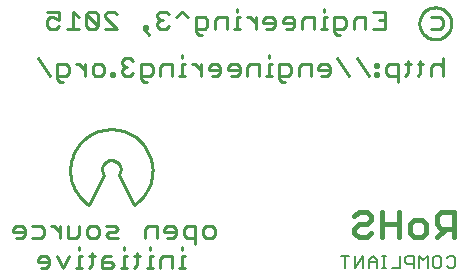
<source format=gbo>
G75*
G70*
%OFA0B0*%
%FSLAX24Y24*%
%IPPOS*%
%LPD*%
%AMOC8*
5,1,8,0,0,1.08239X$1,22.5*
%
%ADD10C,0.0110*%
%ADD11C,0.0100*%
%ADD12C,0.0160*%
%ADD13C,0.0080*%
D10*
X008563Y002202D02*
X008957Y002202D01*
X008957Y002300D02*
X008859Y002399D01*
X008662Y002399D01*
X008563Y002300D01*
X008563Y002202D01*
X008662Y002005D02*
X008859Y002005D01*
X008957Y002103D01*
X008957Y002300D01*
X009208Y002399D02*
X009503Y002399D01*
X009601Y002300D01*
X009601Y002103D01*
X009503Y002005D01*
X009208Y002005D01*
X009488Y001399D02*
X009389Y001300D01*
X009389Y001202D01*
X009783Y001202D01*
X009783Y001300D02*
X009685Y001399D01*
X009488Y001399D01*
X009783Y001300D02*
X009783Y001103D01*
X009685Y001005D01*
X009488Y001005D01*
X010034Y001399D02*
X010231Y001005D01*
X010428Y001399D01*
X010759Y001399D02*
X010759Y001005D01*
X010857Y001005D02*
X010661Y001005D01*
X011090Y001005D02*
X011189Y001103D01*
X011189Y001497D01*
X011287Y001399D02*
X011090Y001399D01*
X010857Y001399D02*
X010759Y001399D01*
X010759Y001596D02*
X010759Y001694D01*
X010685Y002005D02*
X010389Y002005D01*
X010389Y002399D01*
X010139Y002399D02*
X010139Y002005D01*
X010139Y002202D02*
X009942Y002399D01*
X009843Y002399D01*
X010685Y002005D02*
X010783Y002103D01*
X010783Y002399D01*
X011034Y002300D02*
X011132Y002399D01*
X011329Y002399D01*
X011428Y002300D01*
X011428Y002103D01*
X011329Y002005D01*
X011132Y002005D01*
X011034Y002103D01*
X011034Y002300D01*
X011679Y002399D02*
X011974Y002399D01*
X012072Y002300D01*
X011974Y002202D01*
X011777Y002202D01*
X011679Y002103D01*
X011777Y002005D01*
X012072Y002005D01*
X012263Y001694D02*
X012263Y001596D01*
X012263Y001399D02*
X012263Y001005D01*
X012361Y001005D02*
X012165Y001005D01*
X011932Y001103D02*
X011833Y001202D01*
X011538Y001202D01*
X011538Y001300D02*
X011538Y001005D01*
X011833Y001005D01*
X011932Y001103D01*
X011833Y001399D02*
X011636Y001399D01*
X011538Y001300D01*
X012263Y001399D02*
X012361Y001399D01*
X012594Y001399D02*
X012791Y001399D01*
X012693Y001497D02*
X012693Y001103D01*
X012594Y001005D01*
X013024Y001005D02*
X013221Y001005D01*
X013122Y001005D02*
X013122Y001399D01*
X013221Y001399D01*
X013122Y001596D02*
X013122Y001694D01*
X012968Y002005D02*
X012968Y002300D01*
X013066Y002399D01*
X013361Y002399D01*
X013361Y002005D01*
X013612Y002202D02*
X014006Y002202D01*
X014006Y002300D02*
X013907Y002399D01*
X013711Y002399D01*
X013612Y002300D01*
X013612Y002202D01*
X013711Y002005D02*
X013907Y002005D01*
X014006Y002103D01*
X014006Y002300D01*
X014257Y002300D02*
X014257Y002103D01*
X014355Y002005D01*
X014650Y002005D01*
X014650Y001808D02*
X014650Y002399D01*
X014355Y002399D01*
X014257Y002300D01*
X014197Y001694D02*
X014197Y001596D01*
X014197Y001399D02*
X014197Y001005D01*
X014295Y001005D02*
X014098Y001005D01*
X013865Y001005D02*
X013865Y001399D01*
X013570Y001399D01*
X013472Y001300D01*
X013472Y001005D01*
X014197Y001399D02*
X014295Y001399D01*
X014901Y002103D02*
X014901Y002300D01*
X015000Y002399D01*
X015197Y002399D01*
X015295Y002300D01*
X015295Y002103D01*
X015197Y002005D01*
X015000Y002005D01*
X014901Y002103D01*
X014838Y007405D02*
X014838Y007799D01*
X014641Y007799D02*
X014543Y007799D01*
X014641Y007799D02*
X014838Y007602D01*
X015089Y007602D02*
X015483Y007602D01*
X015483Y007700D02*
X015384Y007799D01*
X015187Y007799D01*
X015089Y007700D01*
X015089Y007602D01*
X015187Y007405D02*
X015384Y007405D01*
X015483Y007503D01*
X015483Y007700D01*
X015734Y007700D02*
X015734Y007602D01*
X016127Y007602D01*
X016127Y007700D02*
X016029Y007799D01*
X015832Y007799D01*
X015734Y007700D01*
X015832Y007405D02*
X016029Y007405D01*
X016127Y007503D01*
X016127Y007700D01*
X016378Y007700D02*
X016378Y007405D01*
X016378Y007700D02*
X016477Y007799D01*
X016772Y007799D01*
X016772Y007405D01*
X017005Y007405D02*
X017201Y007405D01*
X017103Y007405D02*
X017103Y007799D01*
X017201Y007799D01*
X017103Y007996D02*
X017103Y008094D01*
X017452Y007799D02*
X017748Y007799D01*
X017846Y007700D01*
X017846Y007503D01*
X017748Y007405D01*
X017452Y007405D01*
X017452Y007307D02*
X017452Y007799D01*
X017452Y007307D02*
X017551Y007208D01*
X017649Y007208D01*
X018097Y007405D02*
X018097Y007700D01*
X018195Y007799D01*
X018491Y007799D01*
X018491Y007405D01*
X018741Y007602D02*
X019135Y007602D01*
X019135Y007700D02*
X019037Y007799D01*
X018840Y007799D01*
X018741Y007700D01*
X018741Y007602D01*
X018840Y007405D02*
X019037Y007405D01*
X019135Y007503D01*
X019135Y007700D01*
X019386Y007996D02*
X019780Y007405D01*
X020031Y007996D02*
X020424Y007405D01*
X020648Y007405D02*
X020747Y007405D01*
X020747Y007503D01*
X020648Y007503D01*
X020648Y007405D01*
X020648Y007700D02*
X020747Y007700D01*
X020747Y007799D01*
X020648Y007799D01*
X020648Y007700D01*
X020997Y007700D02*
X020997Y007503D01*
X021096Y007405D01*
X021391Y007405D01*
X021391Y007208D02*
X021391Y007799D01*
X021096Y007799D01*
X020997Y007700D01*
X021624Y007799D02*
X021821Y007799D01*
X021722Y007897D02*
X021722Y007503D01*
X021624Y007405D01*
X022054Y007405D02*
X022152Y007503D01*
X022152Y007897D01*
X022250Y007799D02*
X022054Y007799D01*
X022501Y007700D02*
X022501Y007405D01*
X022501Y007700D02*
X022600Y007799D01*
X022797Y007799D01*
X022895Y007700D01*
X022895Y007405D02*
X022895Y007996D01*
X022797Y008955D02*
X022501Y008955D01*
X022797Y008955D02*
X022895Y009053D01*
X022895Y009250D01*
X022797Y009349D01*
X022501Y009349D01*
X020961Y009250D02*
X020765Y009250D01*
X020961Y008955D02*
X020568Y008955D01*
X020317Y008955D02*
X020317Y009349D01*
X020022Y009349D01*
X019923Y009250D01*
X019923Y008955D01*
X019672Y009053D02*
X019672Y009250D01*
X019574Y009349D01*
X019279Y009349D01*
X019279Y008857D01*
X019377Y008758D01*
X019475Y008758D01*
X019574Y008955D02*
X019279Y008955D01*
X019028Y008955D02*
X018831Y008955D01*
X018929Y008955D02*
X018929Y009349D01*
X019028Y009349D01*
X018929Y009546D02*
X018929Y009644D01*
X018598Y009349D02*
X018303Y009349D01*
X018204Y009250D01*
X018204Y008955D01*
X017953Y009053D02*
X017953Y009250D01*
X017855Y009349D01*
X017658Y009349D01*
X017560Y009250D01*
X017560Y009152D01*
X017953Y009152D01*
X017953Y009053D02*
X017855Y008955D01*
X017658Y008955D01*
X017309Y009053D02*
X017309Y009250D01*
X017210Y009349D01*
X017014Y009349D01*
X016915Y009250D01*
X016915Y009152D01*
X017309Y009152D01*
X017309Y009053D02*
X017210Y008955D01*
X017014Y008955D01*
X016664Y008955D02*
X016664Y009349D01*
X016468Y009349D02*
X016369Y009349D01*
X016468Y009349D02*
X016664Y009152D01*
X016127Y009349D02*
X016029Y009349D01*
X016029Y008955D01*
X016127Y008955D02*
X015930Y008955D01*
X015698Y008955D02*
X015698Y009349D01*
X015402Y009349D01*
X015304Y009250D01*
X015304Y008955D01*
X015053Y009053D02*
X015053Y009250D01*
X014955Y009349D01*
X014659Y009349D01*
X014659Y008857D01*
X014758Y008758D01*
X014856Y008758D01*
X014955Y008955D02*
X014659Y008955D01*
X014955Y008955D02*
X015053Y009053D01*
X014408Y009349D02*
X014212Y009546D01*
X014015Y009349D01*
X013764Y009447D02*
X013665Y009546D01*
X013469Y009546D01*
X013370Y009447D01*
X013370Y009349D01*
X013469Y009250D01*
X013370Y009152D01*
X013370Y009053D01*
X013469Y008955D01*
X013665Y008955D01*
X013764Y009053D01*
X013567Y009250D02*
X013469Y009250D01*
X013021Y009053D02*
X013021Y008955D01*
X012922Y008955D01*
X012922Y009053D01*
X013021Y009053D01*
X012922Y008955D02*
X013119Y008758D01*
X012484Y007996D02*
X012287Y007996D01*
X012189Y007897D01*
X012189Y007799D01*
X012287Y007700D01*
X012189Y007602D01*
X012189Y007503D01*
X012287Y007405D01*
X012484Y007405D01*
X012582Y007503D01*
X012833Y007405D02*
X013128Y007405D01*
X013227Y007503D01*
X013227Y007700D01*
X013128Y007799D01*
X012833Y007799D01*
X012833Y007307D01*
X012932Y007208D01*
X013030Y007208D01*
X013478Y007405D02*
X013478Y007700D01*
X013576Y007799D01*
X013871Y007799D01*
X013871Y007405D01*
X014104Y007405D02*
X014301Y007405D01*
X014203Y007405D02*
X014203Y007799D01*
X014301Y007799D01*
X014203Y007996D02*
X014203Y008094D01*
X012582Y007897D02*
X012484Y007996D01*
X012385Y007700D02*
X012287Y007700D01*
X011938Y007503D02*
X011839Y007503D01*
X011839Y007405D01*
X011938Y007405D01*
X011938Y007503D01*
X011615Y007503D02*
X011615Y007700D01*
X011517Y007799D01*
X011320Y007799D01*
X011222Y007700D01*
X011222Y007503D01*
X011320Y007405D01*
X011517Y007405D01*
X011615Y007503D01*
X010971Y007405D02*
X010971Y007799D01*
X010971Y007602D02*
X010774Y007799D01*
X010676Y007799D01*
X010434Y007700D02*
X010434Y007503D01*
X010335Y007405D01*
X010040Y007405D01*
X010040Y007307D02*
X010040Y007799D01*
X010335Y007799D01*
X010434Y007700D01*
X010237Y007208D02*
X010138Y007208D01*
X010040Y007307D01*
X009789Y007405D02*
X009395Y007996D01*
X009816Y008955D02*
X010013Y008955D01*
X010111Y009053D01*
X010111Y009250D02*
X009915Y009349D01*
X009816Y009349D01*
X009718Y009250D01*
X009718Y009053D01*
X009816Y008955D01*
X010111Y009250D02*
X010111Y009546D01*
X009718Y009546D01*
X010559Y009546D02*
X010559Y008955D01*
X010756Y008955D02*
X010362Y008955D01*
X010756Y009349D02*
X010559Y009546D01*
X011007Y009447D02*
X011007Y009053D01*
X011105Y008955D01*
X011302Y008955D01*
X011401Y009053D01*
X011007Y009447D01*
X011105Y009546D01*
X011302Y009546D01*
X011401Y009447D01*
X011401Y009053D01*
X011651Y008955D02*
X012045Y008955D01*
X011651Y009349D01*
X011651Y009447D01*
X011750Y009546D01*
X011947Y009546D01*
X012045Y009447D01*
X016029Y009546D02*
X016029Y009644D01*
X018598Y009349D02*
X018598Y008955D01*
X019574Y008955D02*
X019672Y009053D01*
X020568Y009546D02*
X020961Y009546D01*
X020961Y008955D01*
D11*
X022118Y009150D02*
X022120Y009196D01*
X022126Y009241D01*
X022136Y009286D01*
X022149Y009330D01*
X022167Y009372D01*
X022187Y009413D01*
X022212Y009451D01*
X022239Y009488D01*
X022270Y009522D01*
X022303Y009553D01*
X022339Y009582D01*
X022377Y009607D01*
X022418Y009629D01*
X022460Y009647D01*
X022503Y009661D01*
X022548Y009672D01*
X022593Y009679D01*
X022639Y009682D01*
X022684Y009681D01*
X022730Y009676D01*
X022775Y009667D01*
X022819Y009655D01*
X022861Y009638D01*
X022903Y009618D01*
X022942Y009595D01*
X022979Y009568D01*
X023014Y009538D01*
X023046Y009505D01*
X023075Y009470D01*
X023101Y009432D01*
X023123Y009393D01*
X023143Y009351D01*
X023158Y009308D01*
X023170Y009264D01*
X023178Y009218D01*
X023182Y009173D01*
X023182Y009127D01*
X023178Y009082D01*
X023170Y009036D01*
X023158Y008992D01*
X023143Y008949D01*
X023123Y008907D01*
X023101Y008868D01*
X023075Y008830D01*
X023046Y008795D01*
X023014Y008762D01*
X022979Y008732D01*
X022942Y008705D01*
X022903Y008682D01*
X022861Y008662D01*
X022819Y008645D01*
X022775Y008633D01*
X022730Y008624D01*
X022684Y008619D01*
X022639Y008618D01*
X022593Y008621D01*
X022548Y008628D01*
X022503Y008639D01*
X022460Y008653D01*
X022418Y008671D01*
X022377Y008693D01*
X022339Y008718D01*
X022303Y008747D01*
X022270Y008778D01*
X022239Y008812D01*
X022212Y008849D01*
X022187Y008887D01*
X022167Y008928D01*
X022149Y008970D01*
X022136Y009014D01*
X022126Y009059D01*
X022120Y009104D01*
X022118Y009150D01*
X012100Y004100D02*
X012600Y003100D01*
X012660Y003142D01*
X012718Y003187D01*
X012773Y003234D01*
X012826Y003285D01*
X012876Y003339D01*
X012923Y003395D01*
X012967Y003453D01*
X013008Y003514D01*
X013045Y003577D01*
X013080Y003642D01*
X013110Y003708D01*
X013137Y003776D01*
X013161Y003845D01*
X013180Y003916D01*
X013196Y003987D01*
X013208Y004060D01*
X013216Y004132D01*
X013220Y004205D01*
X013221Y004279D01*
X013217Y004352D01*
X013210Y004425D01*
X013198Y004497D01*
X013183Y004568D01*
X013164Y004639D01*
X013141Y004709D01*
X013115Y004777D01*
X013085Y004844D01*
X013051Y004909D01*
X013014Y004972D01*
X012974Y005033D01*
X012930Y005092D01*
X012884Y005148D01*
X012834Y005202D01*
X012782Y005253D01*
X012727Y005302D01*
X012670Y005347D01*
X012610Y005389D01*
X012548Y005428D01*
X012484Y005464D01*
X012418Y005496D01*
X012351Y005524D01*
X012282Y005549D01*
X012212Y005570D01*
X012141Y005588D01*
X012069Y005601D01*
X011996Y005611D01*
X011923Y005617D01*
X011850Y005619D01*
X011777Y005617D01*
X011704Y005611D01*
X011631Y005601D01*
X011559Y005588D01*
X011488Y005570D01*
X011418Y005549D01*
X011349Y005524D01*
X011282Y005496D01*
X011216Y005464D01*
X011152Y005428D01*
X011090Y005389D01*
X011030Y005347D01*
X010973Y005302D01*
X010918Y005253D01*
X010866Y005202D01*
X010816Y005148D01*
X010770Y005092D01*
X010726Y005033D01*
X010686Y004972D01*
X010649Y004909D01*
X010615Y004844D01*
X010585Y004777D01*
X010559Y004709D01*
X010536Y004639D01*
X010517Y004568D01*
X010502Y004497D01*
X010490Y004425D01*
X010483Y004352D01*
X010479Y004279D01*
X010480Y004205D01*
X010484Y004132D01*
X010492Y004060D01*
X010504Y003987D01*
X010520Y003916D01*
X010539Y003845D01*
X010563Y003776D01*
X010590Y003708D01*
X010620Y003642D01*
X010655Y003577D01*
X010692Y003514D01*
X010733Y003453D01*
X010777Y003395D01*
X010824Y003339D01*
X010874Y003285D01*
X010927Y003234D01*
X010982Y003187D01*
X011040Y003142D01*
X011100Y003100D01*
X011600Y004100D01*
X011582Y004128D01*
X011567Y004159D01*
X011555Y004190D01*
X011547Y004223D01*
X011543Y004257D01*
X011542Y004290D01*
X011545Y004324D01*
X011552Y004357D01*
X011562Y004389D01*
X011576Y004420D01*
X011593Y004450D01*
X011613Y004477D01*
X011636Y004501D01*
X011662Y004524D01*
X011689Y004543D01*
X011719Y004559D01*
X011750Y004571D01*
X011783Y004581D01*
X011816Y004586D01*
X011850Y004588D01*
X011884Y004586D01*
X011917Y004581D01*
X011950Y004571D01*
X011981Y004559D01*
X012011Y004543D01*
X012038Y004524D01*
X012064Y004501D01*
X012087Y004477D01*
X012107Y004450D01*
X012124Y004420D01*
X012138Y004389D01*
X012148Y004357D01*
X012155Y004324D01*
X012158Y004290D01*
X012157Y004257D01*
X012153Y004223D01*
X012145Y004190D01*
X012133Y004159D01*
X012118Y004128D01*
X012100Y004100D01*
D12*
X019947Y002731D02*
X020087Y002871D01*
X020368Y002871D01*
X020508Y002731D01*
X020508Y002590D01*
X020368Y002450D01*
X020087Y002450D01*
X019947Y002310D01*
X019947Y002170D01*
X020087Y002030D01*
X020368Y002030D01*
X020508Y002170D01*
X020868Y002030D02*
X020868Y002871D01*
X020868Y002450D02*
X021428Y002450D01*
X021428Y002030D02*
X021428Y002871D01*
X021789Y002450D02*
X021789Y002170D01*
X021929Y002030D01*
X022209Y002030D01*
X022349Y002170D01*
X022349Y002450D01*
X022209Y002590D01*
X021929Y002590D01*
X021789Y002450D01*
X022710Y002450D02*
X022850Y002310D01*
X023270Y002310D01*
X023270Y002030D02*
X023270Y002871D01*
X022850Y002871D01*
X022710Y002731D01*
X022710Y002450D01*
X022990Y002310D02*
X022710Y002030D01*
D13*
X022780Y001410D02*
X022639Y001410D01*
X022569Y001340D01*
X022569Y001060D01*
X022639Y000990D01*
X022780Y000990D01*
X022850Y001060D01*
X022850Y001340D01*
X022780Y001410D01*
X023030Y001340D02*
X023100Y001410D01*
X023240Y001410D01*
X023310Y001340D01*
X023310Y001060D01*
X023240Y000990D01*
X023100Y000990D01*
X023030Y001060D01*
X022389Y000990D02*
X022389Y001410D01*
X022249Y001270D01*
X022109Y001410D01*
X022109Y000990D01*
X021929Y000990D02*
X021929Y001410D01*
X021719Y001410D01*
X021649Y001340D01*
X021649Y001200D01*
X021719Y001130D01*
X021929Y001130D01*
X021468Y000990D02*
X021188Y000990D01*
X021008Y000990D02*
X020868Y000990D01*
X020938Y000990D02*
X020938Y001410D01*
X021008Y001410D02*
X020868Y001410D01*
X020701Y001270D02*
X020561Y001410D01*
X020421Y001270D01*
X020421Y000990D01*
X020241Y000990D02*
X020241Y001410D01*
X019960Y000990D01*
X019960Y001410D01*
X019780Y001410D02*
X019500Y001410D01*
X019640Y001410D02*
X019640Y000990D01*
X020421Y001200D02*
X020701Y001200D01*
X020701Y001270D02*
X020701Y000990D01*
X021468Y000990D02*
X021468Y001410D01*
M02*

</source>
